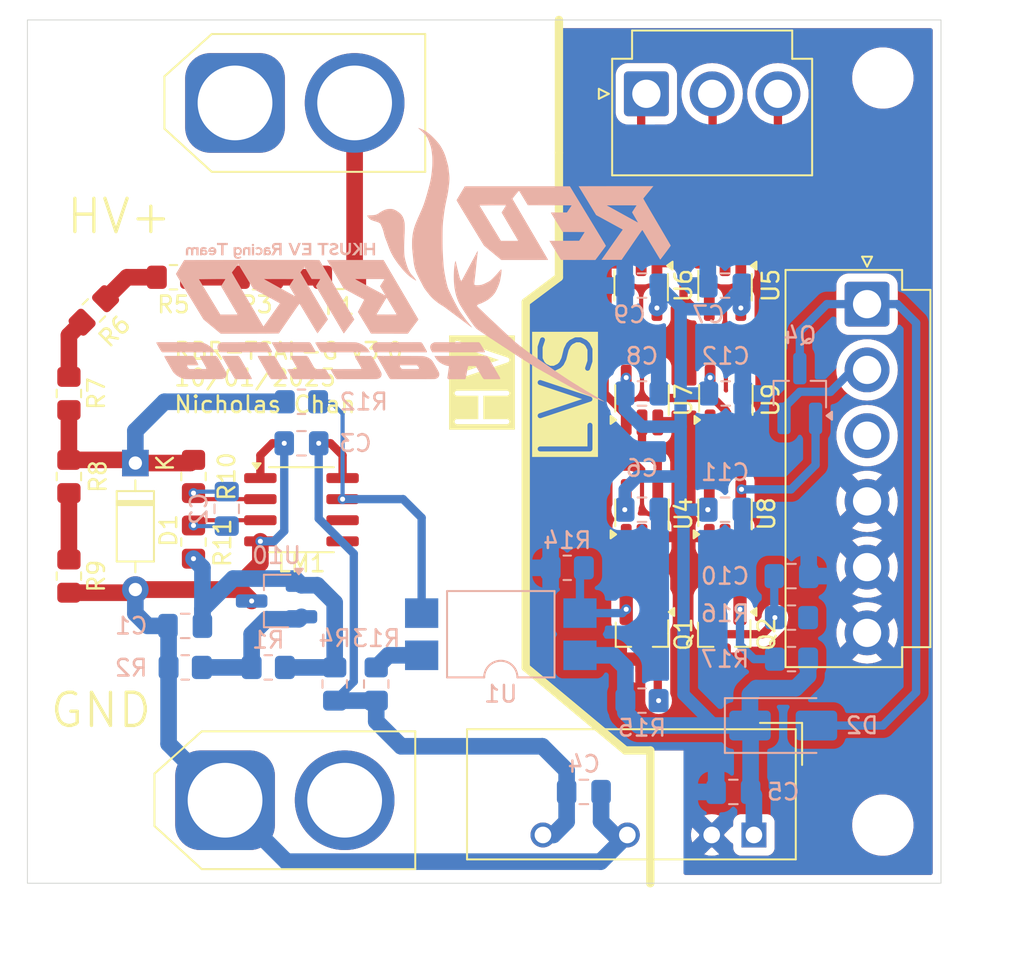
<source format=kicad_pcb>
(kicad_pcb (version 20240108) (generator "pcbnew") (generator_version "8.0")
  (layers (0 "F.Cu" signal) (31 "B.Cu" signal) (34 "B.Paste" user) (35 "F.Paste" user) (36 "B.SilkS" user "B.Silkscreen") (37 "F.SilkS" user "F.Silkscreen") (38 "B.Mask" user) (39 "F.Mask" user) (44 "Edge.Cuts" user))
  (net 0 "")
  (net 1 "+12V")
  (net 2 "/Vref")
  (net 3 "Net-(LM1-+)")
  (net 4 "Net-(LM1--)")
  (net 5 "Net-(R5-Pad2)")
  (net 6 "/Vin")
  (net 7 "GND")
  (net 8 "Net-(R6-Pad1)")
  (net 9 "Net-(R8-Pad1)")
  (net 10 "VCC")
  (net 11 "GLV-")
  (net 12 "Net-(Q2-G)")
  (net 13 "GLV+")
  (net 14 "Net-(F1-Pad1)")
  (net 15 "Out +")
  (net 16 "Out Precharge")
  (net 17 "Out -")
  (net 18 "/GRN+")
  (net 20 "Net-(LM1-BAL)")
  (net 21 "Net-(LM1-Pad7)")
  (net 22 "Net-(Q1-G)")
  (net 23 "Net-(Q1-D)")
  (net 24 "Net-(Q2-D)")
  (net 25 "Net-(Q4-G)")
  (net 26 "Net-(U10-REF)")
  (net 27 "Net-(R3-Pad2)")
  (net 28 "Net-(R13-Pad2)")
  (net 29 "Net-(U5-Pad4)")
  (net 30 "Net-(U4-Pad4)")
  (net 31 "Net-(U7-Pad4)")
  (net 32 "Net-(U6-Pad4)")
  (net 34 "Net-(J1-Pin_2)")
  (footprint "Fuse:Fuse_0805_2012Metric_Pad1.15x1.40mm_HandSolder" (layer "F.Cu") (at 168.792893 63.5)
    (property "Reference" "F1" (at 0 1.75 0) (layer "F.SilkS"))
    (property "Value" "Fuse")
    (pad "1" smd roundrect (at -1.025 0) (size 1.15 1.4) (layers "F.Cu" "F.Paste" "F.Mask") (roundrect_rratio 0.217391) (net 14 "Net-(F1-Pad1)"))
    (pad "2" smd roundrect (at 1.025 0) (size 1.15 1.4) (layers "F.Cu" "F.Paste" "F.Mask") (roundrect_rratio 0.217391) (net 34 "Net-(J1-Pin_2)"))
  )
  (footprint "Connector_JST:JST_VH_B3P-VH_1x03_P3.96mm_Vertical" (layer "F.Cu") (at 187.2625 52.45)
    (property "Reference" "J3" (hide yes))
    (property "Value" "Conn_01x03")
    (pad "1" thru_hole roundrect (at 0 0) (size 2.7 2.7) (drill 1.7) (layers "*.Cu" "*.Mask") (roundrect_rratio 0.092593) (net 17 "Out -"))
    (pad "2" thru_hole circle (at 3.96 0) (size 2.7 2.7) (drill 1.7) (layers "*.Cu" "*.Mask") (net 16 "Out Precharge"))
    (pad "3" thru_hole circle (at 7.92 0) (size 2.7 2.7) (drill 1.7) (layers "*.Cu" "*.Mask") (net 15 "Out +"))
  )
  (footprint "Resistor_SMD:R_0805_2012Metric_Pad1.20x1.40mm_HandSolder" (layer "F.Cu") (at 160 79.45 -90)
    (property "Reference" "R11" (at 0.05 -1.75 90) (layer "F.SilkS"))
    (property "Value" "100")
    (pad "1" smd roundrect (at -1 0 270) (size 1.2 1.4) (layers "F.Cu" "F.Paste" "F.Mask") (roundrect_rratio 0.208333) (net 4 "Net-(LM1--)"))
    (pad "2" smd roundrect (at 1 0 270) (size 1.2 1.4) (layers "F.Cu" "F.Paste" "F.Mask") (roundrect_rratio 0.208333) (net 2 "/Vref"))
  )
  (footprint "Package_TO_SOT_SMD:SOT-23-5_HandSoldering" (layer "F.Cu") (at 192 64 -90)
    (property "Reference" "U5" (at 0 -2.75 90) (layer "F.SilkS"))
    (property "Value" "BUS4S71G2")
    (pad "1" smd roundrect (at -1.35 -0.95 270) (size 1.56 0.65) (layers "F.Cu" "F.Paste" "F.Mask") (net 15 "Out +"))
    (pad "2" smd roundrect (at -1.35 0 270) (size 1.56 0.65) (layers "F.Cu" "F.Paste" "F.Mask") (net 16 "Out Precharge"))
    (pad "3" smd roundrect (at -1.35 0.95 270) (size 1.56 0.65) (layers "F.Cu" "F.Paste" "F.Mask") (net 11 "GLV-"))
    (pad "4" smd roundrect (at 1.35 0.95 270) (size 1.56 0.65) (layers "F.Cu" "F.Paste" "F.Mask") (net 29 "Net-(U5-Pad4)"))
    (pad "5" smd roundrect (at 1.35 -0.95 270) (size 1.56 0.65) (layers "F.Cu" "F.Paste" "F.Mask") (net 10 "VCC"))
  )
  (footprint "MountingHole:MountingHole_3.2mm_M3" (layer "F.Cu") (at 201.5 51.5)
    (property "Reference" "H2" (hide yes))
    (property "Value" "MountingHole")
    (pad "" np_thru_hole circle (at 0 0) (size 3.2 3.2) (drill 3.2) (layers "*.Cu" "*.Mask"))
  )
  (footprint "Diode_THT:D_DO-35_SOD27_P7.62mm_Horizontal" (layer "F.Cu") (at 156.5 74.69 -90)
    (property "Reference" "D1" (at 4.06 -2 90) (layer "F.SilkS"))
    (property "Value" "12V")
    (fp_text user "K" (at 0 -1.8 90) (layer "F.SilkS"))
    (pad "1" thru_hole rect (at 0 0 270) (size 1.6 1.6) (drill 0.8) (layers "*.Cu" "*.Mask") (net 6 "/Vin"))
    (pad "2" thru_hole oval (at 7.62 0 270) (size 1.6 1.6) (drill 0.8) (layers "*.Cu" "*.Mask") (net 7 "GND"))
  )
  (footprint "Resistor_SMD:R_0805_2012Metric_Pad1.20x1.40mm_HandSolder" (layer "F.Cu") (at 163.792893 63.5 180)
    (property "Reference" "R3" (at 0 -1.65 180) (layer "F.SilkS"))
    (property "Value" "249k")
    (pad "1" smd roundrect (at -1 0 180) (size 1.2 1.4) (layers "F.Cu" "F.Paste" "F.Mask") (roundrect_rratio 0.208333) (net 14 "Net-(F1-Pad1)"))
    (pad "2" smd roundrect (at 1 0 180) (size 1.2 1.4) (layers "F.Cu" "F.Paste" "F.Mask") (roundrect_rratio 0.208333) (net 27 "Net-(R3-Pad2)"))
  )
  (footprint "Package_SO:SOIC-8_3.9x4.9mm_P1.27mm" (layer "F.Cu") (at 166.5 77.5)
    (property "Reference" "LM1" (at 0 3.25 0) (layer "F.SilkS"))
    (property "Value" "LM311")
    (pad "1" smd roundrect (at -2.475 -1.905) (size 1.95 0.6) (layers "F.Cu" "F.Paste" "F.Mask") (net 7 "GND"))
    (pad "2" smd roundrect (at -2.475 -0.635) (size 1.95 0.6) (layers "F.Cu" "F.Paste" "F.Mask") (net 3 "Net-(LM1-+)"))
    (pad "3" smd roundrect (at -2.475 0.635) (size 1.95 0.6) (layers "F.Cu" "F.Paste" "F.Mask") (net 4 "Net-(LM1--)"))
    (pad "4" smd roundrect (at -2.475 1.905) (size 1.95 0.6) (layers "F.Cu" "F.Paste" "F.Mask") (net 7 "GND"))
    (pad "5" smd roundrect (at 2.475 1.905) (size 1.95 0.6) (layers "F.Cu" "F.Paste" "F.Mask") (net 20 "Net-(LM1-BAL)"))
    (pad "6" smd roundrect (at 2.475 0.635) (size 1.95 0.6) (layers "F.Cu" "F.Paste" "F.Mask") (net 20 "Net-(LM1-BAL)"))
    (pad "7" smd roundrect (at 2.475 -0.635) (size 1.95 0.6) (layers "F.Cu" "F.Paste" "F.Mask") (net 21 "Net-(LM1-Pad7)"))
    (pad "8" smd roundrect (at 2.475 -1.905) (size 1.95 0.6) (layers "F.Cu" "F.Paste" "F.Mask") (net 1 "+12V"))
  )
  (footprint "Connector_AMASS:AMASS_XT60-M_1x02_P7.20mm_Vertical" (layer "F.Cu") (at 162.5 53)
    (property "Reference" "J1" (hide yes))
    (property "Value" "Conn_01x02_Pin")
    (pad "1" thru_hole roundrect (at 0 0) (size 6 6) (drill 4.5) (layers "*.Cu" "*.Mask"))
    (pad "2" thru_hole circle (at 7.2 0) (size 6 6) (drill 4.5) (layers "*.Cu" "*.Mask") (net 34 "Net-(J1-Pin_2)"))
  )
  (footprint "Connector_JST:JST_VH_B6P-VH_1x06_P3.96mm_Vertical" (layer "F.Cu") (at 200.55 65.12 -90)
    (property "Reference" "J4" (hide yes))
    (property "Value" "Conn_01x06")
    (pad "1" thru_hole roundrect (at 0 0 270) (size 2.7 2.7) (drill 1.7) (layers "*.Cu" "*.Mask") (roundrect_rratio 0.092593) (net 13 "GLV+"))
    (pad "2" thru_hole circle (at 3.96 0 270) (size 2.7 2.7) (drill 1.7) (layers "*.Cu" "*.Mask") (net 18 "/GRN+"))
    (pad "3" thru_hole circle (at 7.92 0 270) (size 2.7 2.7) (drill 1.7) (layers "*.Cu" "*.Mask"))
    (pad "4" thru_hole circle (at 11.88 0 270) (size 2.7 2.7) (drill 1.7) (layers "*.Cu" "*.Mask") (net 11 "GLV-"))
    (pad "5" thru_hole circle (at 15.84 0 270) (size 2.7 2.7) (drill 1.7) (layers "*.Cu" "*.Mask") (net 11 "GLV-"))
    (pad "6" thru_hole circle (at 19.8 0 270) (size 2.7 2.7) (drill 1.7) (layers "*.Cu" "*.Mask") (net 11 "GLV-"))
  )
  (footprint "Package_TO_SOT_SMD:SOT-23-5_HandSoldering" (layer "F.Cu") (at 192 77.786666 90)
    (property "Reference" "U8" (at 0.036666 2.5 -90) (layer "F.SilkS"))
    (property "Value" "BU4S01G2")
    (pad "1" smd roundrect (at -1.35 -0.95 90) (size 1.56 0.65) (layers "F.Cu" "F.Paste" "F.Mask") (net 11 "GLV-"))
    (pad "2" smd roundrect (at -1.35 0 90) (size 1.56 0.65) (layers "F.Cu" "F.Paste" "F.Mask") (net 24 "Net-(Q2-D)"))
    (pad "3" smd roundrect (at -1.35 0.95 90) (size 1.56 0.65) (layers "F.Cu" "F.Paste" "F.Mask") (net 11 "GLV-"))
    (pad "4" smd roundrect (at 1.35 0.95 90) (size 1.56 0.65) (layers "F.Cu" "F.Paste" "F.Mask") (net 25 "Net-(Q4-G)"))
    (pad "5" smd roundrect (at 1.35 -0.95 90) (size 1.56 0.65) (layers "F.Cu" "F.Paste" "F.Mask") (net 10 "VCC"))
  )
  (footprint "Resistor_SMD:R_0805_2012Metric_Pad1.20x1.40mm_HandSolder" (layer "F.Cu") (at 160 75.5 90)
    (property "Reference" "R10" (at 0 2 -90) (layer "F.SilkS"))
    (property "Value" "100")
    (pad "1" smd roundrect (at -1 0 90) (size 1.2 1.4) (layers "F.Cu" "F.Paste" "F.Mask") (roundrect_rratio 0.208333) (net 3 "Net-(LM1-+)"))
    (pad "2" smd roundrect (at 1 0 90) (size 1.2 1.4) (layers "F.Cu" "F.Paste" "F.Mask") (roundrect_rratio 0.208333) (net 6 "/Vin"))
  )
  (footprint "MountingHole:MountingHole_3.2mm_M3" (layer "F.Cu") (at 153.5 96.5)
    (property "Reference" "H3" (hide yes))
    (property "Value" "MountingHole")
    (pad "" np_thru_hole circle (at 0 0) (size 3.2 3.2) (drill 3.2) (layers "*.Cu" "*.Mask"))
  )
  (footprint "Package_TO_SOT_SMD:SOT-23_Handsoldering" (layer "F.Cu") (at 187 85 -90)
    (property "Reference" "Q1" (at 0 -2.5 -90) (layer "F.SilkS"))
    (property "Value" "2N7002")
    (pad "1" smd roundrect (at -1.5 -0.95 270) (size 1.9 0.8) (layers "F.Cu" "F.Paste" "F.Mask") (net 23 "Net-(Q1-D)"))
    (pad "2" smd roundrect (at -1.5 0.95 270) (size 1.9 0.8) (layers "F.Cu" "F.Paste" "F.Mask") (net 22 "Net-(Q1-G)"))
    (pad "3" smd roundrect (at 1.5 0 270) (size 1.9 0.8) (layers "F.Cu" "F.Paste" "F.Mask") (net 11 "GLV-"))
  )
  (footprint "Converter_DCDC:Converter_DCDC_TRACO_TBA2-xxxx_Single_THT" (layer "F.Cu") (at 193.7375 97.0925 -90)
    (property "Reference" "U3" (hide yes))
    (property "Value" "B1212")
    (pad "1" thru_hole rect (at 0 0 270) (size 1.5 1.5) (drill 1) (layers "*.Cu" "*.Mask") (net 10 "VCC"))
    (pad "2" thru_hole circle (at 0 2.54 270) (size 1.5 1.5) (drill 1) (layers "*.Cu" "*.Mask") (net 11 "GLV-"))
    (pad "4" thru_hole circle (at 0 7.62 270) (size 1.5 1.5) (drill 1) (layers "*.Cu" "*.Mask") (net 7 "GND"))
    (pad "6" thru_hole circle (at 0 12.7 270) (size 1.5 1.5) (drill 1) (layers "*.Cu" "*.Mask") (net 1 "+12V"))
  )
  (footprint "Package_TO_SOT_SMD:SOT-23-5_HandSoldering" (layer "F.Cu") (at 187 70.893333 90)
    (property "Reference" "U7" (at 0 2.5 -90) (layer "F.SilkS"))
    (property "Value" "BU4S81G2 ")
    (pad "1" smd roundrect (at -1.35 -0.95 90) (size 1.56 0.65) (layers "F.Cu" "F.Paste" "F.Mask") (net 32 "Net-(U6-Pad4)"))
    (pad "2" smd roundrect (at -1.35 0 90) (size 1.56 0.65) (layers "F.Cu" "F.Paste" "F.Mask") (net 30 "Net-(U4-Pad4)"))
    (pad "3" smd roundrect (at -1.35 0.95 90) (size 1.56 0.65) (layers "F.Cu" "F.Paste" "F.Mask") (net 11 "GLV-"))
    (pad "4" smd roundrect (at 1.35 0.95 90) (size 1.56 0.65) (layers "F.Cu" "F.Paste" "F.Mask") (net 31 "Net-(U7-Pad4)"))
    (pad "5" smd roundrect (at 1.35 -0.95 90) (size 1.56 0.65) (layers "F.Cu" "F.Paste" "F.Mask") (net 10 "VCC"))
  )
  (footprint "MountingHole:MountingHole_3.2mm_M3" (layer "F.Cu") (at 201.5 96.5)
    (property "Reference" "H4" (hide yes))
    (property "Value" "MountingHole")
    (pad "" np_thru_hole circle (at 0 0) (size 3.2 3.2) (drill 3.2) (layers "*.Cu" "*.Mask"))
  )
  (footprint "Resistor_SMD:R_0805_2012Metric_Pad1.20x1.40mm_HandSolder" (layer "F.Cu") (at 154 65.5 45)
    (property "Reference" "R6" (at 0 1.767767 -135) (layer "F.SilkS"))
    (property "Value" "249k")
    (pad "1" smd roundrect (at -1 0 45) (size 1.2 1.4) (layers "F.Cu" "F.Paste" "F.Mask") (roundrect_rratio 0.208333) (net 8 "Net-(R6-Pad1)"))
    (pad "2" smd roundrect (at 1 0 45) (size 1.2 1.4) (layers "F.Cu" "F.Paste" "F.Mask") (roundrect_rratio 0.208333) (net 5 "Net-(R5-Pad2)"))
  )
  (footprint "Resistor_SMD:R_0805_2012Metric_Pad1.20x1.40mm_HandSolder" (layer "F.Cu") (at 158.792893 63.5 180)
    (property "Reference" "R5" (at 0 -1.65 180) (layer "F.SilkS"))
    (property "Value" "249k")
    (pad "1" smd roundrect (at -1 0 180) (size 1.2 1.4) (layers "F.Cu" "F.Paste" "F.Mask") (roundrect_rratio 0.208333) (net 27 "Net-(R3-Pad2)"))
    (pad "2" smd roundrect (at 1 0 180) (size 1.2 1.4) (layers "F.Cu" "F.Paste" "F.Mask") (roundrect_rratio 0.208333) (net 5 "Net-(R5-Pad2)"))
  )
  (footprint "Package_TO_SOT_SMD:SOT-23-5_HandSoldering" (layer "F.Cu") (at 186.95 64 -90)
    (property "Reference" "U6" (at 0 -2.55 90) (layer "F.SilkS"))
    (property "Value" "BU4S81G2 ")
    (pad "1" smd roundrect (at -1.35 -0.95 270) (size 1.56 0.65) (layers "F.Cu" "F.Paste" "F.Mask") (net 29 "Net-(U5-Pad4)"))
    (pad "2" smd roundrect (at -1.35 0 270) (size 1.56 0.65) (layers "F.Cu" "F.Paste" "F.Mask") (net 17 "Out -"))
    (pad "3" smd roundrect (at -1.35 0.95 270) (size 1.56 0.65) (layers "F.Cu" "F.Paste" "F.Mask") (net 11 "GLV-"))
    (pad "4" smd roundrect (at 1.35 0.95 270) (size 1.56 0.65) (layers "F.Cu" "F.Paste" "F.Mask") (net 32 "Net-(U6-Pad4)"))
    (pad "5" smd roundrect (at 1.35 -0.95 270) (size 1.56 0.65) (layers "F.Cu" "F.Paste" "F.Mask") (net 10 "VCC"))
  )
  (footprint "Resistor_SMD:R_0805_2012Metric_Pad1.20x1.40mm_HandSolder" (layer "F.Cu") (at 152.5 75.5 90)
    (property "Reference" "R8" (at 0 1.75 -90) (layer "F.SilkS"))
    (property "Value" "25k")
    (pad "1" smd roundrect (at -1 0 90) (size 1.2 1.4) (layers "F.Cu" "F.Paste" "F.Mask") (roundrect_rratio 0.208333) (net 9 "Net-(R8-Pad1)"))
    (pad "2" smd roundrect (at 1 0 90) (size 1.2 1.4) (layers "F.Cu" "F.Paste" "F.Mask") (roundrect_rratio 0.208333) (net 6 "/Vin"))
  )
  (footprint "Resistor_SMD:R_0805_2012Metric_Pad1.20x1.40mm_HandSolder" (layer "F.Cu") (at 152.5 70.5 -90)
    (property "Reference" "R7" (at 0 -1.65 90) (layer "F.SilkS"))
    (property "Value" "249k")
    (pad "1" smd roundrect (at -1 0 270) (size 1.2 1.4) (layers "F.Cu" "F.Paste" "F.Mask") (roundrect_rratio 0.208333) (net 8 "Net-(R6-Pad1)"))
    (pad "2" smd roundrect (at 1 0 270) (size 1.2 1.4) (layers "F.Cu" "F.Paste" "F.Mask") (roundrect_rratio 0.208333) (net 6 "/Vin"))
  )
  (footprint "Package_TO_SOT_SMD:SOT-23-5_HandSoldering" (layer "F.Cu") (at 187 77.786666 90)
    (property "Reference" "U4" (at 0.036666 2.5 -90) (layer "F.SilkS"))
    (property "Value" "BU4SU69G2")
    (pad "1" smd roundrect (at -1.35 -0.95 90) (size 1.56 0.65) (layers "F.Cu" "F.Paste" "F.Mask"))
    (pad "2" smd roundrect (at -1.35 0 90) (size 1.56 0.65) (layers "F.Cu" "F.Paste" "F.Mask") (net 23 "Net-(Q1-D)"))
    (pad "3" smd roundrect (at -1.35 0.95 90) (size 1.56 0.65) (layers "F.Cu" "F.Paste" "F.Mask") (net 11 "GLV-"))
    (pad "4" smd roundrect (at 1.35 0.95 90) (size 1.56 0.65) (layers "F.Cu" "F.Paste" "F.Mask") (net 30 "Net-(U4-Pad4)"))
    (pad "5" smd roundrect (at 1.35 -0.95 90) (size 1.56 0.65) (layers "F.Cu" "F.Paste" "F.Mask") (net 10 "VCC"))
  )
  (footprint "MountingHole:MountingHole_3.2mm_M3" (layer "F.Cu") (at 153.5 51.5)
    (property "Reference" "H1" (hide yes))
    (property "Value" "MountingHole")
    (pad "" np_thru_hole circle (at 0 0) (size 3.2 3.2) (drill 3.2) (layers "*.Cu" "*.Mask"))
  )
  (footprint "Package_TO_SOT_SMD:SOT-23_Handsoldering" (layer "F.Cu") (at 191.95 85 -90)
    (property "Reference" "Q2" (at 0 -2.55 90) (layer "F.SilkS"))
    (property "Value" "2N7002")
    (pad "1" smd roundrect (at -1.5 -0.95 270) (size 1.9 0.8) (layers "F.Cu" "F.Paste" "F.Mask") (net 24 "Net-(Q2-D)"))
    (pad "2" smd roundrect (at -1.5 0.95 270) (size 1.9 0.8) (layers "F.Cu" "F.Paste" "F.Mask") (net 12 "Net-(Q2-G)"))
    (pad "3" smd roundrect (at 1.5 0 270) (size 1.9 0.8) (layers "F.Cu" "F.Paste" "F.Mask") (net 11 "GLV-"))
  )
  (footprint "Connector_AMASS:AMASS_XT60-M_1x02_P7.20mm_Vertical" (layer "F.Cu") (at 161.9 95)
    (property "Reference" "J2" (hide yes))
    (property "Value" "Conn_01x02_Pin")
    (pad "1" thru_hole roundrect (at 0 0) (size 6 6) (drill 4.5) (layers "*.Cu" "*.Mask") (net 7 "GND"))
    (pad "2" thru_hole circle (at 7.2 0) (size 6 6) (drill 4.5) (layers "*.Cu" "*.Mask"))
  )
  (footprint "Package_TO_SOT_SMD:SOT-23-5_HandSoldering" (layer "F.Cu") (at 192.05 70.893333 90)
    (property "Reference" "U9" (at 0 2.7 -90) (layer "F.SilkS"))
    (property "Value" "BU4S01G2")
    (pad "1" smd roundrect (at -1.35 -0.95 90) (size 1.56 0.65) (layers "F.Cu" "F.Paste" "F.Mask") (net 25 "Net-(Q4-G)"))
    (pad "2" smd roundrect (at -1.35 0 90) (size 1.56 0.65) (layers "F.Cu" "F.Paste" "F.Mask") (net 31 "Net-(U7-Pad4)"))
    (pad "3" smd roundrect (at -1.35 0.95 90) (size 1.56 0.65) (layers "F.Cu" "F.Paste" "F.Mask") (net 11 "GLV-"))
    (pad "4" smd roundrect (at 1.35 0.95 90) (size 1.56 0.65) (layers "F.Cu" "F.Paste" "F.Mask"))
    (pad "5" smd roundrect (at 1.35 -0.95 90) (size 1.56 0.65) (layers "F.Cu" "F.Paste" "F.Mask") (net 10 "VCC"))
  )
  (footprint "Resistor_SMD:R_0805_2012Metric_Pad1.20x1.40mm_HandSolder" (layer "F.Cu") (at 152.5 81.5 -90)
    (property "Reference" "R9" (at 0 -1.65 90) (layer "F.SilkS"))
    (property "Value" "1k")
    (pad "1" smd roundrect (at -1 0 270) (size 1.2 1.4) (layers "F.Cu" "F.Paste" "F.Mask") (roundrect_rratio 0.208333) (net 9 "Net-(R8-Pad1)"))
    (pad "2" smd roundrect (at 1 0 270) (size 1.2 1.4) (layers "F.Cu" "F.Paste" "F.Mask") (roundrect_rratio 0.208333) (net 7 "GND"))
  )
  (footprint "Package_TO_SOT_SMD:SOT-23_Handsoldering" (layer "B.Cu") (at 165 83 180)
    (property "Reference" "U10" (at 0 2.75 180) (layer "B.SilkS") (effects (justify mirror)))
    (property "Value" "TL431DBZ")
    (pad "1" smd roundrect (at -1.5 0.95 180) (size 1.9 0.8) (layers "B.Cu" "B.Paste" "B.Mask") (net 2 "/Vref"))
    (pad "2" smd roundrect (at -1.5 -0.95 180) (size 1.9 0.8) (layers "B.Cu" "B.Paste" "B.Mask") (net 26 "Net-(U10-REF)"))
    (pad "3" smd roundrect (at 1.5 0 180) (size 1.9 0.8) (layers "B.Cu" "B.Paste" "B.Mask") (net 7 "GND"))
  )
  (footprint "RBR_logo:RBR_logo" (layer "B.Cu") (at 172.96664 62.658079 180)
    (property "Reference" "G***" (hide yes))
    (property "Value" "LOGO" (hide yes))
  )
  (footprint "Package_TO_SOT_SMD:SOT-23_Handsoldering" (layer "B.Cu") (at 196.5 70.5 90)
    (property "Reference" "Q4" (at 3.5 0 0) (layer "B.SilkS") (effects (justify mirror)))
    (property "Value" "AO3401A")
    (pad "1" smd roundrect (at -1.5 0.95 90) (size 1.9 0.8) (layers "B.Cu" "B.Paste" "B.Mask") (net 25 "Net-(Q4-G)"))
    (pad "2" smd roundrect (at -1.5 -0.95 90) (size 1.9 0.8) (layers "B.Cu" "B.Paste" "B.Mask") (net 18 "/GRN+"))
    (pad "3" smd roundrect (at 1.5 0 90) (size 1.9 0.8) (layers "B.Cu" "B.Paste" "B.Mask") (net 13 "GLV+"))
  )
  (footprint "Capacitor_SMD:C_0805_2012Metric_Pad1.18x1.45mm_HandSolder" (layer "B.Cu") (at 192 64)
    (property "Reference" "C7" (at -1 1.75 0) (layer "B.SilkS") (effects (justify mirror)))
    (property "Value" "0.1uF")
    (pad "1" smd roundrect (at -1.0375 0) (size 1.175 1.45) (layers "B.Cu" "B.Paste" "B.Mask") (roundrect_rratio 0.212766) (net 11 "GLV-"))
    (pad "2" smd roundrect (at 1.0375 0) (size 1.175 1.45) (layers "B.Cu" "B.Paste" "B.Mask") (roundrect_rratio 0.212766) (net 10 "VCC"))
  )
  (footprint "Capacitor_SMD:C_0805_2012Metric_Pad1.18x1.45mm_HandSolder" (layer "B.Cu") (at 187 64)
    (property "Reference" "C9" (at -0.75 1.75 0) (layer "B.SilkS") (effects (justify mirror)))
    (property "Value" "0.1uF")
    (pad "1" smd roundrect (at -1.0375 0) (size 1.175 1.45) (layers "B.Cu" "B.Paste" "B.Mask") (roundrect_rratio 0.212766) (net 11 "GLV-"))
    (pad "2" smd roundrect (at 1.0375 0) (size 1.175 1.45) (layers "B.Cu" "B.Paste" "B.Mask") (roundrect_rratio 0.212766) (net 10 "VCC"))
  )
  (footprint "Diode_SMD:D_SMA" (layer "B.Cu") (at 195.5 90.5)
    (property "Reference" "D2" (at 4.75 0 0) (layer "B.SilkS") (effects (justify mirror)))
    (property "Value" "D")
    (pad "1" smd roundrect (at -2 0) (size 2.5 1.8) (layers "B.Cu" "B.Paste" "B.Mask") (roundrect_rratio 0.1388888889) (net 10 "VCC"))
    (pad "2" smd roundrect (at 2 0) (size 2.5 1.8) (layers "B.Cu" "B.Paste" "B.Mask") (roundrect_rratio 0.1388888889) (net 13 "GLV+"))
  )
  (footprint "Resistor_SMD:R_0805_2012Metric_Pad1.20x1.40mm_HandSolder" (layer "B.Cu") (at 164.5 87 180)
    (property "Reference" "R1" (at 0 1.65 180) (layer "B.SilkS") (effects (justify mirror)))
    (property "Value" "2k")
    (pad "1" smd roundrect (at -1 0 180) (size 1.2 1.4) (layers "B.Cu" "B.Paste" "B.Mask") (roundrect_rratio 0.208333) (net 2 "/Vref"))
    (pad "2" smd roundrect (at 1 0 180) (size 1.2 1.4) (layers "B.Cu" "B.Paste" "B.Mask") (roundrect_rratio 0.208333) (net 26 "Net-(U10-REF)"))
  )
  (footprint "Resistor_SMD:R_0805_2012Metric_Pad1.20x1.40mm_HandSolder" (layer "B.Cu") (at 168.5 88 -90)
    (property "Reference" "R4" (at -2.75 0 180) (layer "B.SilkS") (effects (justify mirror)))
    (property "Value" "2k2")
    (pad "1" smd roundrect (at -1 0 270) (size 1.2 1.4) (layers "B.Cu" "B.Paste" "B.Mask") (roundrect_rratio 0.208333) (net 2 "/Vref"))
    (pad "2" smd roundrect (at 1 0 270) (size 1.2 1.4) (layers "B.Cu" "B.Paste" "B.Mask") (roundrect_rratio 0.208333) (net 1 "+12V"))
  )
  (footprint "Capacitor_SMD:C_0805_2012Metric_Pad1.18x1.45mm_HandSolder" (layer "B.Cu") (at 192 77.5 180)
    (property "Reference" "C11" (at 0 2.25 180) (layer "B.SilkS") (effects (justify mirror)))
    (property "Value" "0.1uF")
    (pad "1" smd roundrect (at -1.0375 0 180) (size 1.175 1.45) (layers "B.Cu" "B.Paste" "B.Mask") (roundrect_rratio 0.212766) (net 11 "GLV-"))
    (pad "2" smd roundrect (at 1.0375 0 180) (size 1.175 1.45) (layers "B.Cu" "B.Paste" "B.Mask") (roundrect_rratio 0.212766) (net 10 "VCC"))
  )
  (footprint "Resistor_SMD:R_0805_2012Metric_Pad1.20x1.40mm_HandSolder" (layer "B.Cu") (at 196 86.5 180)
    (property "Reference" "R17" (at 4 0 180) (layer "B.SilkS") (effects (justify mirror)))
    (property "Value" "1k2")
    (pad "1" smd roundrect (at -1 0 180) (size 1.2 1.4) (layers "B.Cu" "B.Paste" "B.Mask") (roundrect_rratio 0.208333) (net 10 "VCC"))
    (pad "2" smd roundrect (at 1 0 180) (size 1.2 1.4) (layers "B.Cu" "B.Paste" "B.Mask") (roundrect_rratio 0.208333) (net 24 "Net-(Q2-D)"))
  )
  (footprint "Capacitor_SMD:C_0805_2012Metric_Pad1.18x1.45mm_HandSolder" (layer "B.Cu") (at 187 70.5 180)
    (property "Reference" "C8" (at 0 2.25 180) (layer "B.SilkS") (effects (justify mirror)))
    (property "Value" "0.1uF")
    (pad "1" smd roundrect (at -1.0375 0 180) (size 1.175 1.45) (layers "B.Cu" "B.Paste" "B.Mask") (roundrect_rratio 0.212766) (net 11 "GLV-"))
    (pad "2" smd roundrect (at 1.0375 0 180) (size 1.175 1.45) (layers "B.Cu" "B.Paste" "B.Mask") (roundrect_rratio 0.212766) (net 10 "VCC"))
  )
  (footprint "Capacitor_SMD:C_0805_2012Metric_Pad1.18x1.45mm_HandSolder" (layer "B.Cu") (at 183.5 94.5 180)
    (property "Reference" "C4" (at 0 1.68 180) (layer "B.SilkS") (effects (justify mirror)))
    (property "Value" "1uF")
    (pad "1" smd roundrect (at -1.0375 0 180) (size 1.175 1.45) (layers "B.Cu" "B.Paste" "B.Mask") (roundrect_rratio 0.212766) (net 7 "GND"))
    (pad "2" smd roundrect (at 1.0375 0 180) (size 1.175 1.45) (layers "B.Cu" "B.Paste" "B.Mask") (roundrect_rratio 0.212766) (net 1 "+12V"))
  )
  (footprint "Resistor_SMD:R_0805_2012Metric_Pad1.20x1.40mm_HandSolder" (layer "B.Cu") (at 182.5 81 180)
    (property "Reference" "R14" (at 0 1.65 180) (layer "B.SilkS") (effects (justify mirror)))
    (property "Value" "10k")
    (pad "1" smd roundrect (at -1 0 180) (size 1.2 1.4) (layers "B.Cu" "B.Paste" "B.Mask") (roundrect_rratio 0.208333) (net 22 "Net-(Q1-G)"))
    (pad "2" smd roundrect (at 1 0 180) (size 1.2 1.4) (layers "B.Cu" "B.Paste" "B.Mask") (roundrect_rratio 0.208333) (net 11 "GLV-"))
  )
  (footprint "Capacitor_SMD:C_0805_2012Metric_Pad1.18x1.45mm_HandSolder" (layer "B.Cu") (at 192.5 94.5)
    (property "Reference" "C5" (at 3 0 0) (layer "B.SilkS") (effects (justify mirror)))
    (property "Value" "2.2uF")
    (pad "1" smd roundrect (at -1.0375 0) (size 1.175 1.45) (layers "B.Cu" "B.Paste" "B.Mask") (roundrect_rratio 0.212766) (net 11 "GLV-"))
    (pad "2" smd roundrect (at 1.0375 0) (size 1.175 1.45) (layers "B.Cu" "B.Paste" "B.Mask") (roundrect_rratio 0.212766) (net 10 "VCC"))
  )
  (footprint "Capacitor_SMD:C_0805_2012Metric_Pad1.18x1.45mm_HandSolder" (layer "B.Cu") (at 162 77.45 -90)
    (property "Reference" "C2" (at 0 1.68 90) (layer "B.SilkS") (effects (justify mirror)))
    (property "Value" "10n")
    (pad "1" smd roundrect (at -1.0375 0 270) (size 1.175 1.45) (layers "B.Cu" "B.Paste" "B.Mask") (roundrect_rratio 0.212766) (net 3 "Net-(LM1-+)"))
    (pad "2" smd roundrect (at 1.0375 0 270) (size 1.175 1.45) (layers "B.Cu" "B.Paste" "B.Mask") (roundrect_rratio 0.212766) (net 4 "Net-(LM1--)"))
  )
  (footprint "Resistor_SMD:R_0805_2012Metric_Pad1.20x1.40mm_HandSolder" (layer "B.Cu") (at 187 89)
    (property "Reference" "R15" (at 0 1.65 0) (layer "B.SilkS") (effects (justify mirror)))
    (property "Value" "~")
    (pad "1" smd roundrect (at -1 0) (size 1.2 1.4) (layers "B.Cu" "B.Paste" "B.Mask") (roundrect_rratio 0.208333) (net 10 "VCC"))
    (pad "2" smd roundrect (at 1 0) (size 1.2 1.4) (layers "B.Cu" "B.Paste" "B.Mask") (roundrect_rratio 0.208333) (net 23 "Net-(Q1-D)"))
  )
  (footprint "Capacitor_SMD:C_0805_2012Metric_Pad1.18x1.45mm_HandSolder" (layer "B.Cu") (at 166.5 73.5 180)
    (property "Reference" "C3" (at -3.25 0 180) (layer "B.SilkS") (effects (justify mirror)))
    (property "Value" "100n")
    (pad "1" smd roundrect (at -1.0375 0 180) (size 1.175 1.45) (layers "B.Cu" "B.Paste" "B.Mask") (roundrect_rratio 0.212766) (net 1 "+12V"))
    (pad "2" smd roundrect (at 1.0375 0 180) (size 1.175 1.45) (layers "B.Cu" "B.Paste" "B.Mask") (roundrect_rratio 0.212766) (net 7 "GND"))
  )
  (footprint "Resistor_SMD:R_0805_2012Metric_Pad1.20x1.40mm_HandSolder" (layer "B.Cu") (at 166.5 71)
    (property "Reference" "R12" (at 3.75 0 0) (layer "B.SilkS") (effects (justify mirror)))
    (property "Value" "1M")
    (pad "1" smd roundrect (at -1 0) (size 1.2 1.4) (layers "B.Cu" "B.Paste" "B.Mask") (roundrect_rratio 0.208333) (net 6 "/Vin"))
    (pad "2" smd roundrect (at 1 0) (size 1.2 1.4) (layers "B.Cu" "B.Paste" "B.Mask") (roundrect_rratio 0.208333) (net 21 "Net-(LM1-Pad7)"))
  )
  (footprint "Capacitor_SMD:C_0805_2012Metric_Pad1.18x1.45mm_HandSolder" (layer "B.Cu") (at 192.0375 70.5 180)
    (property "Reference" "C12" (at 0 2.25 180) (layer "B.SilkS") (effects (justify mirror)))
    (property "Value" "0.1uF")
    (pad "1" smd roundrect (at -1.0375 0 180) (size 1.175 1.45) (layers "B.Cu" "B.Paste" "B.Mask") (roundrect_rratio 0.212766) (net 11 "GLV-"))
    (pad "2" smd roundrect (at 1.0375 0 180) (size 1.175 1.45) (layers "B.Cu" "B.Paste" "B.Mask") (roundrect_rratio 0.212766) (net 10 "VCC"))
  )
  (footprint "Resistor_SMD:R_0805_2012Metric_Pad1.20x1.40mm_HandSolder" (layer "B.Cu") (at 171 88 90)
    (property "Reference" "R13" (at 2.75 0 0) (layer "B.SilkS") (effects (justify mirror)))
    (property "Value" "2k2")
    (pad "1" smd roundrect (at -1 0 90) (size 1.2 1.4) (layers "B.Cu" "B.Paste" "B.Mask") (roundrect_rratio 0.208333) (net 1 "+12V"))
    (pad "2" smd roundrect (at 1 0 90) (size 1.2 1.4) (layers "B.Cu" "B.Paste" "B.Mask") (roundrect_rratio 0.208333) (net 28 "Net-(R13-Pad2)"))
  )
  (footprint "Package_DIP:SMDIP-4_W9.53mm" (layer "B.Cu") (at 178.5 85)
    (property "Reference" "U1" (at 0 3.6 0) (layer "B.SilkS") (effects (justify mirror)))
    (property "Value" "LTV-817S")
    (pad "1" smd rect (at -4.765 1.27) (size 2 1.78) (layers "B.Cu" "B.Paste" "B.Mask") (net 28 "Net-(R13-Pad2)"))
    (pad "2" smd rect (at -4.765 -1.27) (size 2 1.78) (layers "B.Cu" "B.Paste" "B.Mask") (net 21 "Net-(LM1-Pad7)"))
    (pad "3" smd rect (at 4.765 -1.27) (size 2 1.78) (layers "B.Cu" "B.Paste" "B.Mask") (net 22 "Net-(Q1-G)"))
    (pad "4" smd rect (at 4.765 1.27) (size 2 1.78) (layers "B.Cu" "B.Paste" "B.Mask") (net 10 "VCC"))
  )
  (footprint "Capacitor_SMD:C_0805_2012Metric_Pad1.18x1.45mm_HandSolder" (layer "B.Cu") (at 196 81.5)
    (property "Reference" "C10" (at -4 0 0) (layer "B.SilkS") (effects (justify mirror)))
    (property "Value" "4.7uF")
    (pad "1" smd roundrect (at -1.0375 0) (size 1.175 1.45) (layers "B.Cu" "B.Paste" "B.Mask") (roundrect_rratio 0.212766) (net 12 "Net-(Q2-G)"))
    (pad "2" smd roundrect (at 1.0375 0) (size 1.175 1.45) (layers "B.Cu" "B.Paste" "B.Mask") (roundrect_rratio 0.212766) (net 11 "GLV-"))
  )
  (footprint "Resistor_SMD:R_0805_2012Metric_Pad1.20x1.40mm_HandSolder" (layer "B.Cu") (at 196 84 180)
    (property "Reference" "R16" (at 4 0.25 180) (layer "B.SilkS") (effects (justify mirror)))
    (property "Value" "1M")
    (pad "1" smd roundrect (at -1 0 180) (size 1.2 1.4) (layers "B.Cu" "B.Paste" "B.Mask") (roundrect_rratio 0.208333) (net 10 "VCC"))
    (pad "2" smd roundrect (at 1 0 180) (size 1.2 1.4) (layers "B.Cu" "B.Paste" "B.Mask") (roundrect_rratio 0.208333) (net 12 "Net-(Q2-G)"))
  )
  (footprint "Capacitor_SMD:C_0805_2012Metric_Pad1.18x1.45mm_HandSolder" (layer "B.Cu") (at 159.5 84.5 180)
    (property "Reference" "C1" (at 3.25 0 180) (layer "B.SilkS") (effects (justify mirror)))
    (property "Value" "0.1uF")
    (pad "1" smd roundrect (at -1.0375 0 180) (size 1.175 1.45) (layers "B.Cu" "B.Paste" "B.Mask") (roundrect_rratio 0.212766) (net 2 "/Vref"))
    (pad "2" smd roundrect (at 1.0375 0 180) (size 1.175 1.45) (layers "B.Cu" "B.Paste" "B.Mask") (roundrect_rratio 0.212766) (net 7 "GND"))
  )
  (footprint "Capacitor_SMD:C_0805_2012Metric_Pad1.18x1.45mm_HandSolder" (layer "B.Cu") (at 187 77.5 180)
    (property "Reference" "C6" (at 0 2.5 180) (layer "B.SilkS") (effects (justify mirror)))
    (property "Value" "0.1uF")
    (pad "1" smd roundrect (at -1.0375 0 180) (size 1.175 1.45) (layers "B.Cu" "B.Paste" "B.Mask") (roundrect_rratio 0.212766) (net 11 "GLV-"))
    (pad "2" smd roundrect (at 1.0375 0 180) (size 1.175 1.45) (layers "B.Cu" "B.Paste" "B.Mask") (roundrect_rratio 0.212766) (net 10 "VCC"))
  )
  (footprint "Resistor_SMD:R_0805_2012Metric_Pad1.20x1.40mm_HandSolder" (layer "B.Cu") (at 159.5 87 180)
    (property "Reference" "R2" (at 3.25 -0.03 180) (layer "B.SilkS") (effects (justify mirror)))
    (property "Value" "10k")
    (pad "1" smd roundrect (at -1 0 180) (size 1.2 1.4) (layers "B.Cu" "B.Paste" "B.Mask") (roundrect_rratio 0.208333) (net 26 "Net-(U10-REF)"))
    (pad "2" smd roundrect (at 1 0 180) (size 1.2 1.4) (layers "B.Cu" "B.Paste" "B.Mask") (roundrect_rratio 0.208333) (net 7 "GND"))
  )
  (gr_line (start 182 56) (end 182 63.5) (stroke (width 0.5)) (layer "F.SilkS"))
  (gr_line (start 187.5 92) (end 187.5 100) (stroke (width 0.5)) (layer "F.SilkS"))
  (gr_line (start 182 63.5) (end 180 65) (stroke (width 0.5)) (layer "F.SilkS"))
  (gr_line (start 182 48) (end 182 56) (stroke (width 0.5)) (layer "F.SilkS"))
  (gr_line (start 180 65) (end 180 87) (stroke (width 0.5)) (layer "F.SilkS"))
  (gr_line (start 180 87) (end 186 92) (stroke (width 0.5)) (layer "F.SilkS"))
  (gr_line (start 186 92) (end 187.5 92) (stroke (width 0.5)) (layer "F.SilkS"))
  (gr_rect (start 150 48) (end 205 100) (stroke (width 0.05)) (fill none) (layer "Edge.Cuts"))
  (gr_text "HV" (at 179.25 67 90) (layer "F.SilkS" knockout) (effects (font (size 3 3) (thickness 0.3)) (justify right bottom)))
  (gr_text "RBR-TSAL-G v3.0\n10/01/2025\nNicholas Chan" (at 158.75 71.75 0) (layer "F.SilkS") (effects (font (size 1 1)) (justify left bottom)))
  (gr_text "HV+" (at 152.25 61 0) (layer "F.SilkS") (effects (font (size 2 2) (thickness 0.2)) (justify left bottom)))
  (gr_text "LVS" (at 184.25 66.5 90) (layer "F.SilkS" knockout) (effects (font (size 3 3) (thickness 0.3)) (justify right bottom)))
  (gr_text "GND" (at 151.25 90.75 0) (layer "F.SilkS") (effects (font (size 2 2) (thickness 0.2)) (justify left bottom)))
  (segment (start 168.25 73.5) (end 167.5375 73.5) (width 0.5) (layer "F.Cu") (net 1))
  (segment (start 168.975 74.225) (end 168.25 73.5) (width 0.5) (layer "F.Cu") (net 1))
  (segment (start 168.975 75.595) (end 168.975 74.225) (width 0.5) (layer "F.Cu") (net 1))
  (via (at 167.5375 73.5) (size 0.6) (drill 0.3) (layers "F.Cu" "B.Cu") (net 1))
  (segment (start 171 89) (end 168.5 89) (width 1) (layer "B.Cu") (net 1))
  (segment (start 182.4625 96.2875) (end 181.6575 97.0925) (width 1) (layer "B.Cu") (net 1))
  (segment (start 172.5 91.75) (end 181 91.75) (width 1) (layer "B.Cu") (net 1))
  (segment (start 182.4625 94.5) (end 182.4625 96.2875) (width 1) (layer "B.Cu") (net 1))
  (segment (start 181 91.75) (end 182.4625 93.2125) (width 1) (layer "B.Cu") (net 1))
  (segment (start 167.5375 73.5) (end 167.5375 78.0375) (width 0.5) (layer "B.Cu") (net 1))
  (segment (start 182.4625 93.2125) (end 182.4625 94.5) (width 1) (layer "B.Cu") (net 1))
  (segment (start 169.65 80.15) (end 169.65 87.85) (width 0.5) (layer "B.Cu") (net 1))
  (segment (start 181.6575 97.0925) (end 181.0375 97.0925) (width 1) (layer "B.Cu") (net 1))
  (segment (start 171 90.25) (end 172.5 91.75) (width 1) (layer "B.Cu") (net 1))
  (segment (start 169.65 87.85) (end 168.5 89) (width 0.5) (layer "B.Cu") (net 1))
  (segment (start 171 89) (end 171 90.25) (width 1) (layer "B.Cu") (net 1))
  (segment (start 167.5375 78.0375) (end 169.65 80.15) (width 0.5) (layer "B.Cu") (net 1))
  (via (at 160 80.45) (size 0.6) (drill 0.3) (layers "F.Cu" "B.Cu") (net 2))
  (segment (start 160.5375 84.5) (end 160.5375 80.9875) (width 1) (layer "B.Cu") (net 2))
  (segment (start 160.5375 83.5) (end 160.5375 84.5) (width 1) (layer "B.Cu") (net 2))
  (segment (start 166.5 82.05) (end 166.1 81.65) (width 1) (layer "B.Cu") (net 2))
  (segment (start 166.1 81.65) (end 162.3875 81.65) (width 1) (layer "B.Cu") (net 2))
  (segment (start 167.45 82.05) (end 166.5 82.05) (width 1) (layer "B.Cu") (net 2))
  (segment (start 168.5 83.1) (end 167.45 82.05) (width 1) (layer "B.Cu") (net 2))
  (segment (start 168.5 87) (end 168.5 83.1) (width 1) (layer "B.Cu") (net 2))
  (segment (start 162.3875 81.65) (end 160.5375 83.5) (width 1) (layer "B.Cu") (net 2))
  (segment (start 165.5 87) (end 168.5 87) (width 1) (layer "B.Cu") (net 2))
  (segment (start 160.5375 80.9875) (end 160 80.45) (width 1) (layer "B.Cu") (net 2))
  (segment (start 160.365 76.865) (end 160 76.5) (width 0.25) (layer "F.Cu") (net 3))
  (segment (start 164.025 76.865) (end 160.365 76.865) (width 0.25) (layer "F.Cu") (net 3))
  (via (at 160 76.5) (size 0.6) (drill 0.3) (layers "F.Cu" "B.Cu") (net 3))
  (segment (start 160.0875 76.4125) (end 160 76.5) (width 0.25) (layer "B.Cu") (net 3))
  (segment (start 162 76.4125) (end 160.0875 76.4125) (width 0.25) (layer "B.Cu") (net 3))
  (segment (start 160.765 78.135) (end 164.025 78.135) (width 0.25) (layer "F.Cu") (net 4))
  (segment (start 160.45 78.45) (end 160.765 78.135) (width 0.25) (layer "F.Cu") (net 4))
  (segment (start 160 78.45) (end 160.45 78.45) (width 0.25) (layer "F.Cu") (net 4))
  (via (at 160 78.45) (size 0.6) (drill 0.3) (layers "F.Cu" "B.Cu") (net 4))
  (segment (start 160.0375 78.4875) (end 160 78.45) (width 0.25) (layer "B.Cu") (net 4))
  (segment (start 162 78.4875) (end 160.0375 78.4875) (width 0.25) (layer "B.Cu") (net 4))
  (segment (start 157.792893 63.5) (end 156 63.5) (width 1) (layer "F.Cu") (net 5))
  (segment (start 156 63.5) (end 154.707107 64.792893) (width 1) (layer "F.Cu") (net 5))
  (segment (start 156.5 74.69) (end 159.81 74.69) (width 1) (layer "F.Cu") (net 6))
  (segment (start 156.31 74.5) (end 156.5 74.69) (width 1) (layer "F.Cu") (net 6))
  (segment (start 159.81 74.69) (end 160 74.5) (width 1) (layer "F.Cu") (net 6))
  (segment (start 152.5 71.5) (end 152.5 74.5) (width 1) (layer "F.Cu") (net 6))
  (segment (start 152.5 74.5) (end 156.31 74.5) (width 1) (layer "F.Cu") (net 6))
  (segment (start 165.5 71) (end 158.25 71) (width 1) (layer "B.Cu") (net 6))
  (segment (start 156.5 72.75) (end 156.5 74.69) (width 1) (layer "B.Cu") (net 6))
  (segment (start 158.25 71) (end 156.5 72.75) (width 1) (layer "B.Cu") (net 6))
  (segment (start 164.025 80.725) (end 164.025 79.405) (width 1) (layer "F.Cu") (net 7))
  (segment (start 164.75 73.5) (end 165.4625 73.5) (width 0.5) (layer "F.Cu") (net 7))
  (segment (start 162.44 82.31) (end 164.025 80.725) (width 1) (layer "F.Cu") (net 7))
  (segment (start 162.81 82.31) (end 163.5 83) (width 1) (layer "F.Cu") (net 7))
  (segment (start 156.5 82.31) (end 162.44 82.31) (width 1) (layer "F.Cu") (net 7))
  (segment (start 164.025 75.595) (end 164.025 74.225) (width 0.5) (layer "F.Cu") (net 7))
  (segment (start 164.025 74.225) (end 164.75 73.5) (width 0.5) (layer "F.Cu") (net 7))
  (segment (start 156.5 82.31) (end 162.81 82.31) (width 1) (layer "F.Cu") (net 7))
  (segment (start 156.31 82.5) (end 156.5 82.31) (width 1) (layer "F.Cu") (net 7))
  (segment (start 152.5 82.5) (end 156.31 82.5) (width 1) (layer "F.Cu") (net 7))
  (via (at 165.4625 73.5) (size 0.6) (drill 0.3) (layers "F.Cu" "B.Cu") (net 7))
  (via (at 164.025 79.405) (size 0.6) (drill 0.3) (layers "F.Cu" "B.Cu") (net 7))
  (via (at 163.5 83) (size 0.6) (drill 0.3) (layers "F.Cu" "B.Cu") (net 7))
  (segment (start 165.4625 73.5) (end 165.4625 78.7875) (width 0.5) (layer "B.Cu") (net 7))
  (segment (start 156.5 83.75) (end 156.5 82.31) (width 1) (layer "B.Cu") (net 7))
  (segment (start 184.51 98.7) (end 165.6 98.7) (width 1) (layer "B.Cu") (net 7))
  (segment (start 165.4625 78.7875) (end 164.845 79.405) (width 0.5) (layer "B.Cu") (net 7))
  (segment (start 185.3425 97.0925) (end 186.1175 97.0925) (width 1) (layer "B.Cu") (net 7))
  (segment (start 158.5 91.6) (end 161.9 95) (width 1) (layer "B.Cu") (net 7))
  (segment (start 184.5375 96.2875) (end 185.3425 97.0925) (width 1) (layer "B.Cu") (net 7))
  (segment (start 158.5 87) (end 158.5 91.6) (width 1) (layer "B.Cu") (net 7))
  (segment (start 158.4625 84.5) (end 157.25 84.5) (width 1) (layer "B.Cu") (net 7))
  (segment (start 157.25 84.5) (end 156.5 83.75) (width 1) (layer "B.Cu") (net 7))
  (segment (start 184.5375 94.5) (end 184.5375 96.2875) (width 1) (layer "B.Cu") (net 7))
  (segment (start 186.1175 97.0925) (end 184.51 98.7) (width 1) (layer "B.Cu") (net 7))
  (segment (start 165.6 98.7) (end 161.9 95) (width 1) (layer "B.Cu") (net 7))
  (segment (start 164.845 79.405) (end 164.025 79.405) (width 0.5) (layer "B.Cu") (net 7))
  (segment (start 158.5 87) (end 158.5 84.5375) (width 1) (layer "B.Cu") (net 7))
  (segment (start 158.5 84.5375) (end 158.4625 84.5) (width 1) (layer "B.Cu") (net 7))
  (segment (start 153.292893 66.207107) (end 152.5 67) (width 1) (layer "F.Cu") (net 8))
  (segment (start 152.5 67) (end 152.5 69.5) (width 1) (layer "F.Cu") (net 8))
  (segment (start 152.5 76.5) (end 152.5 80.5) (width 1) (layer "F.Cu") (net 9))
  (segment (start 186.05 77.4125) (end 185.9625 77.5) (width 0.5) (layer "F.Cu") (net 10))
  (segment (start 191.05 77.4125) (end 190.9625 77.5) (width 0.5) (layer "F.Cu") (net 10))
  (segment (start 191.05 76.436666) (end 191.05 77.4125) (width 0.5) (layer "F.Cu") (net 10))
  (segment (start 186.05 76.436666) (end 186.05 77.4125) (width 0.5) (layer "F.Cu") (net 10))
  (via (at 187.9 65.35) (size 0.6) (drill 0.3) (layers "F.Cu" "B.Cu") (net 10))
  (via (at 190.9625 77.5) (size 0.6) (drill 0.3) (layers "F.Cu" "B.Cu") (net 10))
  (via (at 186.05 69.543333) (size 0.6) (drill 0.3) (layers "F.Cu" "B.Cu") (net 10))
  (via (at 192.95 65.35) (size 0.6) (drill 0.3) (layers "F.Cu" "B.Cu") (net 10))
  (via (at 190.9625 77.5) (size 0.6) (drill 0.3) (layers "F.Cu" "B.Cu") (net 10))
  (via (at 185.9625 77.5) (size 0.6) (drill 0.3) (layers "F.Cu" "B.Cu") (net 10))
  (via (at 191.1 69.543333) (size 0.6) (drill 0.3) (layers "F.Cu" "B.Cu") (net 10))
  (segment (start 193.875 88.25) (end 196.25 88.25) (width 1) (layer "B.Cu") (net 10))
  (segment (start 186 89) (end 186 87) (width 1) (layer "B.Cu") (net 10))
  (segment (start 191.70043 65.425) (end 193.0375 64.08793) (width 0.75) (layer "B.Cu") (net 10))
  (segment (start 190.9625 77.5) (end 189.325 77.5) (width 0.75) (layer "B.Cu") (net 10))
  (segment (start 186.75 75.5) (end 189.325 75.5) (width 0.75) (layer "B.Cu") (net 10))
  (segment (start 185.9625 77.5) (end 185.9625 76.2875) (width 0.75) (layer "B.Cu") (net 10))
  (segment (start 189.5 88.625) (end 189.5 77.675) (width 0.75) (layer "B.Cu") (net 10))
  (segment (start 193.5 90.5) (end 186.8 90.5) (width 1) (layer "B.Cu") (net 10))
  (segment (start 189.325 70.5) (end 189.325 65.2875) (width 0.75) (layer "B.Cu") (net 10))
  (segment (start 185.9625 76.2875) (end 186.75 75.5) (width 0.75) (layer "B.Cu") (net 10))
  (segment (start 186 89.7) (end 186 89) (width 1) (layer "B.Cu") (net 10))
  (segment (start 186.8 90.5) (end 186 89.7) (width 1) (layer "B.Cu") (net 10))
  (segment (start 189.325 65.2875) (end 189.4625 65.425) (width 0.75) (layer "B.Cu") (net 10))
  (segment (start 189.325 65.2875) (end 188.0375 64) (width 0.75) (layer "B.Cu") (net 10))
  (segment (start 187 72.5) (end 189.325 72.5) (width 0.75) (layer "B.Cu") (net 10))
  (segment (start 188.0375 65.2125) (end 187.9 65.35) (width 1) (layer "B.Cu") (net 10))
  (segment (start 191 69.643333) (end 191.1 69.543333) (width 0.5) (layer "B.Cu") (net 10))
  (segment (start 193.7375 94.7) (end 193.5375 94.5) (width 1) (layer "B.Cu") (net 10))
  (segment (start 193.7375 97.0925) (end 193.7375 94.7) (width 1) (layer "B.Cu") (net 10))
  (segment (start 193.0375 64) (end 193.0375 65.2625) (width 1) (layer "B.Cu") (net 10))
  (segment (start 186 87) (end 185.27 86.27) (width 1) (layer "B.Cu") (net 10))
  (segment (start 193.0375 64.08793) (end 193.0375 64) (width 0.75) (layer "B.Cu") (net 10))
  (segment (start 185.9625 69.630833) (end 186.05 69.543333) (width 0.5) (layer "B.Cu") (net 10))
  (segment (start 191 70.5) (end 191 69.643333) (width 0.5) (layer "B.Cu") (net 10))
  (segment (start 193.5 90.5) (end 193.5 88.625) (width 1) (layer "B.Cu") (net 10))
  (segment (start 193.5375 94.5) (end 193.5375 90.5375) (width 1) (layer "B.Cu") (net 10))
  (segment (start 193.5 88.625) (end 193.875 88.25) (width 1) (layer "B.Cu") (net 10))
  (segment (start 196.25 88.25) (end 197 87.5) (width 1) (layer "B.Cu") (net 10))
  (segment (start 193.5 90.5) (end 191.375 90.5) (width 0.75) (layer "B.Cu") (net 10))
  (segment (start 193.5375 90.5375) (end 193.5 90.5) (width 1) (layer "B.Cu") (net 10))
  (segment (start 197 87.5) (end 197 86.5) (width 1) (layer "B.Cu") (net 10))
  (segment (start 191 70.5) (end 189.325 70.5) (width 0.75) (layer "B.Cu") (net 10))
  (segment (start 191.375 90.5) (end 189.5 88.625) (width 0.75) (layer "B.Cu") (net 10))
  (segment (start 193.0375 65.2625) (end 192.95 65.35) (width 1) (layer "B.Cu") (net 10))
  (segment (start 189.325 75.5) (end 189.325 72.5) (width 0.75) (layer "B.Cu") (net 10))
  (segment (start 189.4625 65.425) (end 191.70043 65.425) (width 0.75) (layer "B.Cu") (net 10))
  (segment (start 185.9625 70.5) (end 185.9625 71.4625) (width 0.75) (layer "B.Cu") (net 10))
  (segment (start 188.0375 64) (end 188.0375 65.2125) (width 1) (layer "B.Cu") (net 10))
  (segment (start 189.325 72.5) (end 189.325 70.5) (width 0.75) (layer "B.Cu") (net 10))
  (segment (start 185.9625 70.5) (end 185.9625 69.630833) (width 0.5) (layer "B.Cu") (net 10))
  (segment (start 185.9625 71.4625) (end 187 72.5) (width 0.75) (layer "B.Cu") (net 10))
  (segment (start 185.27 86.27) (end 183.265 86.27) (width 1) (layer "B.Cu") (net 10))
  (segment (start 189.325 77.5) (end 189.325 75.5) (width 0.75) (layer "B.Cu") (net 10))
  (segment (start 189.5 77.675) (end 189.325 77.5) (width 0.75) (layer "B.Cu") (net 10))
  (segment (start 194.25 85) (end 195 84.25) (width 0.5) (layer "F.Cu") (net 12))
  (segment (start 191 84.25) (end 191.75 85) (width 0.5) (layer "F.Cu") (net 12))
  (segment (start 191 83.5) (end 191 84.25) (width 0.5) (layer "F.Cu") (net 12))
  (segment (start 191.75 85) (end 194.25 85) (width 0.5) (layer "F.Cu") (net 12))
  (segment (start 195 84.25) (end 195 84) (width 0.5) (layer "F.Cu") (net 12))
  (via (at 195 84) (size 0.6) (drill 0.3) (layers "F.Cu" "B.Cu") (net 12))
  (segment (start 194.9625 81.5) (end 194.9625 83.9625) (width 0.5) (layer "B.Cu") (net 12))
  (segment (start 194.9625 83.9625) (end 195 84) (width 0.5) (layer "B.Cu") (net 12))
  (segment (start 197.5 90.5) (end 201.5 90.5) (width 0.5) (layer "B.Cu") (net 13))
  (segment (start 201.5 90.5) (end 203.5 88.5) (width 0.5) (layer "B.Cu") (net 13))
  (segment (start 196.5 66.75) (end 198.13 65.12) (width 0.5) (layer "B.Cu") (net 13))
  (segment (start 196.5 69) (end 196.5 66.75) (width 0.5) (layer "B.Cu") (net 13))
  (segment (start 202.37 65.12) (end 200.55 65.12) (width 0.5) (layer "B.Cu") (net 13))
  (segment (start 198.13 65.12) (end 200.55 65.12) (width 0.5) (layer "B.Cu") (net 13))
  (segment (start 203.5 66.25) (end 202.37 65.12) (width 0.5) (layer "B.Cu") (net 13))
  (segment (start 203.5 88.5) (end 203.5 66.25) (width 0.5) (layer "B.Cu") (net 13))
  (segment (start 167.767893 63.5) (end 164.792893 63.5) (width 1) (layer "F.Cu") (net 14))
  (segment (start 192.95 60.05) (end 192.95 62.65) (width 0.5) (layer "F.Cu") (net 15))
  (segment (start 195.1825 52.45) (end 195.1825 57.8175) (width 0.5) (layer "F.Cu") (net 15))
  (segment (start 195.1825 57.8175) (end 192.95 60.05) (width 0.5) (layer "F.Cu") (net 15))
  (segment (start 192 60.125) (end 192 62.65) (width 0.5) (layer "F.Cu") (net 16))
  (segment (start 191.25 59.375) (end 192 60.125) (width 0.5) (layer "F.Cu") (net 16))
  (segment (start 191.2225 52.45) (end 191.25 52.4775) (width 0.5) (layer "F.Cu") (net 16))
  (segment (start 191.25 52.4775) (end 191.25 59.375) (width 0.5) (layer "F.Cu") (net 16))
  (segment (start 186.95 52.7625) (end 186.95 62.65) (width 0.5) (layer "F.Cu") (net 17))
  (segment (start 187.2625 52.45) (end 186.95 52.7625) (width 0.5) (layer "F.Cu") (net 17))
  (segment (start 195.55 71.35) (end 196.5 70.4) (width 0.5) (layer "B.Cu") (net 18))
  (segment (start 198.35 70.4) (end 199.67 69.08) (width 0.5) (layer "B.Cu") (net 18))
  (segment (start 199.67 69.08) (end 200.55 69.08) (width 0.5) (layer "B.Cu") (net 18))
  (segment (start 196.5 70.4) (end 198.35 70.4) (width 0.5) (layer "B.Cu") (net 18))
  (segment (start 195.55 72) (end 195.55 71.35) (width 0.5) (layer "B.Cu") (net 18))
  (via (at 168.975 76.865) (size 0.6) (drill 0.3) (layers "F.Cu" "B.Cu") (net 21))
  (segment (start 167.5 71) (end 168.25 71) (width 0.25) (layer "B.Cu") (net 21))
  (segment (start 167.497113 71) (end 167.490339 70.993226) (width 0.25) (layer "B.Cu") (net 21))
  (segment (start 167.5 71) (end 167.497113 71) (width 0.25) (layer "B.Cu") (net 21))
  (segment (start 173.735 77.985) (end 172.615 76.865) (width 0.5) (layer "B.Cu") (net 21))
  (segment (start 168.25 71) (end 168.975 71.725) (width 0.25) (layer "B.Cu") (net 21))
  (segment (start 172.615 76.865) (end 168.975 76.865) (width 0.5) (layer "B.Cu") (net 21))
  (segment (start 168.975 71.725) (end 168.975 76.865) (width 0.25) (layer "B.Cu") (net 21))
  (segment (start 173.735 83.73) (end 173.735 77.985) (width 0.5) (layer "B.Cu") (net 21))
  (via (at 186.05 83.5) (size 0.6) (drill 0.3) (layers "F.Cu" "B.Cu") (net 22))
  (segment (start 183.265 83.73) (end 185.82 83.73) (width 0.5) (layer "B.Cu") (net 22))
  (segment (start 183.265 81.235) (end 183.5 81) (width 0.5) (layer "B.Cu") (net 22))
  (segment (start 185.82 83.73) (end 186.05 83.5) (width 0.5) (layer "B.Cu") (net 22))
  (segment (start 183.265 83.73) (end 183.265 81.235) (width 0.5) (layer "B.Cu") (net 22))
  (segment (start 187.95 83.5) (end 187.95 81.7) (width 0.5) (layer "F.Cu") (net 23))
  (segment (start 187.95 88.95) (end 188 89) (width 0.5) (layer "F.Cu") (net 23))
  (segment (start 187.95 81.7) (end 187 80.75) (width 0.5) (layer "F.Cu") (net 23))
  (segment (start 187 80.75) (end 187 79.136666) (width 0.5) (layer "F.Cu") (net 23))
  (segment (start 187.95 83.5) (end 187.95 88.95) (width 0.5) (layer "F.Cu") (net 23))
  (via (at 188 89) (size 0.6) (drill 0.3) (layers "F.Cu" "B.Cu") (net 23))
  (segment (start 192.9 83.5) (end 192.9 81.65) (width 0.5) (layer "F.Cu") (net 24))
  (segment (start 192 80.75) (end 192 79.136666) (width 0.5) (layer "F.Cu") (net 24))
  (segment (start 192.9 81.65) (end 192 80.75) (width 0.5) (layer "F.Cu") (net 24))
  (via (at 192.9 83.5) (size 0.6) (drill 0.3) (layers "F.Cu" "B.Cu") (net 24))
  (segment (start 195 86.5) (end 193.75 86.5) (width 0.5) (layer "B.Cu") (net 24))
  (segment (start 192.9 85.65) (end 192.9 83.5) (width 0.5) (layer "B.Cu") (net 24))
  (segment (start 193.75 86.5) (end 192.9 85.65) (width 0.5) (layer "B.Cu") (net 24))
  (segment (start 192.95 76.436666) (end 192.95 74.7) (width 0.5) (layer "F.Cu") (net 25))
  (segment (start 192.95 74.7) (end 192.75 74.5) (width 0.5) (layer "F.Cu") (net 25))
  (segment (start 191.5 74.5) (end 191.1 74.1) (width 0.5) (layer "F.Cu") (net 25))
  (segment (start 192.75 74.5) (end 191.5 74.5) (width 0.5) (layer "F.Cu") (net 25))
  (segment (start 191.1 74.1) (end 191.1 72.243333) (width 0.5) (layer "F.Cu") (net 25))
  (via (at 192.990885 76.275) (size 0.6) (drill 0.3) (layers "F.Cu" "B.Cu") (net 25))
  (segment (start 197.45 72) (end 197.45 74.8) (width 0.5) (layer "B.Cu") (net 25))
  (segment (start 195.975 76.275) (end 192.990885 76.275) (width 0.5) (layer "B.Cu") (net 25))
  (segment (start 197.45 74.8) (end 195.975 76.275) (width 0.5) (layer "B.Cu") (net 25))
  (segment (start 166.35 84.1) (end 164.4 84.1) (width 1) (layer "B.Cu") (net 26))
  (segment (start 160.5 87) (end 163.5 87) (width 1) (layer "B.Cu") (net 26))
  (segment (start 163.5 85) (end 163.5 87) (width 1) (layer "B.Cu") (net 26))
  (segment (start 164.4 84.1) (end 163.5 85) (width 1) (layer "B.Cu") (net 26))
  (segment (start 166.5 83.95) (end 166.35 84.1) (width 1) (layer "B.Cu") (net 26))
  (segment (start 162.792893 63.5) (end 159.792893 63.5) (width 1) (layer "F.Cu") (net 27))
  (segment (start 171.73 86.27) (end 171 87) (width 1) (layer "B.Cu") (net 28))
  (segment (start 173.735 86.27) (end 171.73 86.27) (width 1) (layer "B.Cu") (net 28))
  (segment (start 189.5 64.75) (end 190.1 65.35) (width 0.5) (layer "F.Cu") (net 29))
  (segment (start 187.9 62.65) (end 188.9 62.65) (width 0.5) (layer "F.Cu") (net 29))
  (segment (start 188.9 62.65) (end 189.5 63.25) (width 0.5) (layer "F.Cu") (net 29))
  (segment (start 190.1 65.35) (end 191.05 65.35) (width 0.5) (layer "F.Cu") (net 29))
  (segment (start 189.5 63.25) (end 189.5 64.75) (width 0.5) (layer "F.Cu") (net 29))
  (segment (start 187.95 74.7) (end 187.95 76.436666) (width 0.5) (layer "F.Cu") (net 30))
  (segment (start 187 73.75) (end 187.95 74.7) (width 0.5) (layer "F.Cu") (net 30))
  (segment (start 187 72.243333) (end 187 73.75) (width 0.5) (layer "F.Cu") (net 30))
  (segment (start 191.520708 71.013333) (end 192.05 71.542625) (width 0.5) (layer "F.Cu") (net 31))
  (segment (start 187.95 69.543333) (end 187.95 70.2) (width 0.5) (layer "F.Cu") (net 31))
  (segment (start 187.95 70.2) (end 188.523333 70.773333) (width 0.5) (layer "F.Cu") (net 31))
  (segment (start 191.273333 70.773333) (end 191.513333 71.013333) (width 0.5) (layer "F.Cu") (net 31))
  (segment (start 191.513333 71.013333) (end 191.520708 71.013333) (width 0.5) (layer "F.Cu") (net 31))
  (segment (start 188.523333 70.773333) (end 191.273333 70.773333) (width 0.5) (layer "F.Cu") (net 31))
  (segment (start 192.05 71.542625) (end 192.05 72.243333) (width 0.5) (layer "F.Cu") (net 31))
  (segment (start 186.05 72.243333) (end 186.05 71.8) (width 0.5) (layer "F.Cu") (net 32))
  (segment (start 186 66.75) (end 186 65.35) (width 0.5) (layer "F.Cu") (net 32))
  (segment (start 186.05 71.8) (end 184.75 70.5) (width 0.5) (layer "F.Cu") (net 32))
  (segment (start 184.75 70.5) (end 184.75 68) (width 0.5) (layer "F.Cu") (net 32))
  (segment (start 184.75 68) (end 186 66.75) (width 0.5) (layer "F.Cu") (net 32))
  (segment (start 169.7 63.382107) (end 169.817893 63.5) (width 1) (layer "F.Cu") (net 34))
  (segment (start 169.7 53) (end 169.7 63.382107) (width 1) (layer "F.Cu") (net 34))
  (zone (net 11) (net_name "GLV-") (layers "F&B.Cu") (connect_pads (clearance 0.5)) (min_thickness 0.25) (fill yes (thermal_gap 0.5) (thermal_bridge_width 1))
    (polygon (pts (xy 182 46.8) (xy 210 46.8) (xy 210 105) (xy 189.5 105) (xy 189.5 92) (xy 186 92) (xy 180 87) (xy 180 65) (xy 182 63.5)))
  )
)
</source>
